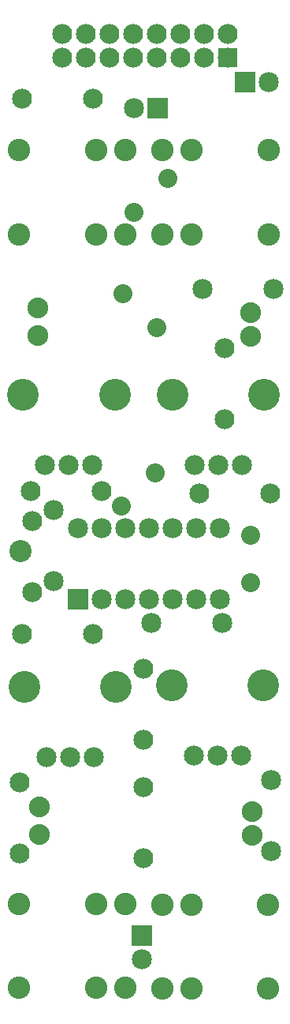
<source format=gbs>
G04 MADE WITH FRITZING*
G04 WWW.FRITZING.ORG*
G04 DOUBLE SIDED*
G04 HOLES PLATED*
G04 CONTOUR ON CENTER OF CONTOUR VECTOR*
%ASAXBY*%
%FSLAX23Y23*%
%MOIN*%
%OFA0B0*%
%SFA1.0B1.0*%
%ADD10C,0.088000*%
%ADD11C,0.085000*%
%ADD12C,0.093307*%
%ADD13C,0.084000*%
%ADD14C,0.095000*%
%ADD15C,0.084667*%
%ADD16C,0.084695*%
%ADD17C,0.134033*%
%ADD18C,0.080000*%
%ADD19R,0.085000X0.085000*%
%ADD20R,0.084000X0.084000*%
%LNMASK0*%
G90*
G70*
G54D10*
X1050Y920D03*
X1050Y820D03*
X150Y823D03*
X150Y940D03*
X1050Y920D03*
X1050Y820D03*
X150Y823D03*
X150Y940D03*
X1044Y3027D03*
X1044Y2927D03*
X144Y2930D03*
X144Y3047D03*
X1044Y3027D03*
X1044Y2927D03*
X144Y2930D03*
X144Y3047D03*
G54D11*
X314Y1817D03*
X414Y1817D03*
X514Y1817D03*
X614Y1817D03*
X714Y1817D03*
X814Y1817D03*
X914Y1817D03*
X914Y2117D03*
X814Y2117D03*
X714Y2117D03*
X614Y2117D03*
X514Y2117D03*
X414Y2117D03*
X314Y2117D03*
G54D12*
X69Y2019D03*
G54D13*
X66Y744D03*
X66Y1044D03*
X591Y1023D03*
X591Y723D03*
X76Y1669D03*
X376Y1669D03*
X590Y1223D03*
X590Y1523D03*
X933Y2578D03*
X933Y2878D03*
X933Y2578D03*
X933Y2878D03*
X933Y2578D03*
X933Y2878D03*
X413Y2272D03*
X113Y2272D03*
X1127Y2265D03*
X827Y2265D03*
X118Y2147D03*
X118Y1847D03*
G54D14*
X669Y174D03*
X793Y174D03*
X1117Y174D03*
X513Y177D03*
X389Y177D03*
X64Y177D03*
X513Y531D03*
X389Y531D03*
X64Y531D03*
X669Y528D03*
X793Y528D03*
X1117Y528D03*
X513Y3358D03*
X389Y3358D03*
X64Y3358D03*
X670Y3358D03*
X794Y3358D03*
X1118Y3358D03*
X670Y3712D03*
X794Y3712D03*
X1118Y3712D03*
X513Y3712D03*
X389Y3712D03*
X64Y3712D03*
G54D13*
X946Y4203D03*
X846Y4203D03*
X746Y4203D03*
X646Y4203D03*
X546Y4203D03*
X446Y4203D03*
X346Y4203D03*
X246Y4203D03*
X946Y4103D03*
X846Y4103D03*
X746Y4103D03*
X646Y4103D03*
X546Y4103D03*
X446Y4103D03*
X346Y4103D03*
X246Y4103D03*
X946Y4203D03*
X846Y4203D03*
X746Y4203D03*
X646Y4203D03*
X546Y4203D03*
X446Y4203D03*
X346Y4203D03*
X246Y4203D03*
X946Y4103D03*
X846Y4103D03*
X746Y4103D03*
X646Y4103D03*
X546Y4103D03*
X446Y4103D03*
X346Y4103D03*
X246Y4103D03*
X77Y3931D03*
X377Y3931D03*
G54D11*
X582Y398D03*
X582Y298D03*
X582Y398D03*
X582Y298D03*
X1019Y4000D03*
X1119Y4000D03*
X648Y3890D03*
X548Y3890D03*
G54D15*
X807Y2385D03*
X907Y2385D03*
G54D16*
X1007Y2385D03*
G54D17*
X713Y2680D03*
X1101Y2680D03*
G54D15*
X802Y1157D03*
X902Y1157D03*
G54D16*
X1002Y1157D03*
G54D17*
X708Y1452D03*
X1096Y1452D03*
G54D15*
X179Y1150D03*
X279Y1150D03*
G54D16*
X379Y1150D03*
G54D17*
X85Y1446D03*
X473Y1446D03*
G54D15*
X173Y2384D03*
X273Y2384D03*
G54D16*
X373Y2384D03*
G54D17*
X79Y2680D03*
X468Y2680D03*
G54D11*
X1128Y752D03*
X1128Y1052D03*
X1138Y3126D03*
X838Y3126D03*
X922Y1718D03*
X622Y1718D03*
X210Y1893D03*
X210Y2193D03*
G54D18*
X550Y3451D03*
X692Y3592D03*
X1043Y1886D03*
X1043Y2086D03*
X497Y2210D03*
X639Y2351D03*
X503Y3106D03*
X645Y2965D03*
G54D19*
X314Y1817D03*
G54D20*
X946Y4103D03*
X946Y4103D03*
G54D19*
X582Y398D03*
X582Y398D03*
X1019Y4000D03*
X648Y3890D03*
G04 End of Mask0*
M02*
</source>
